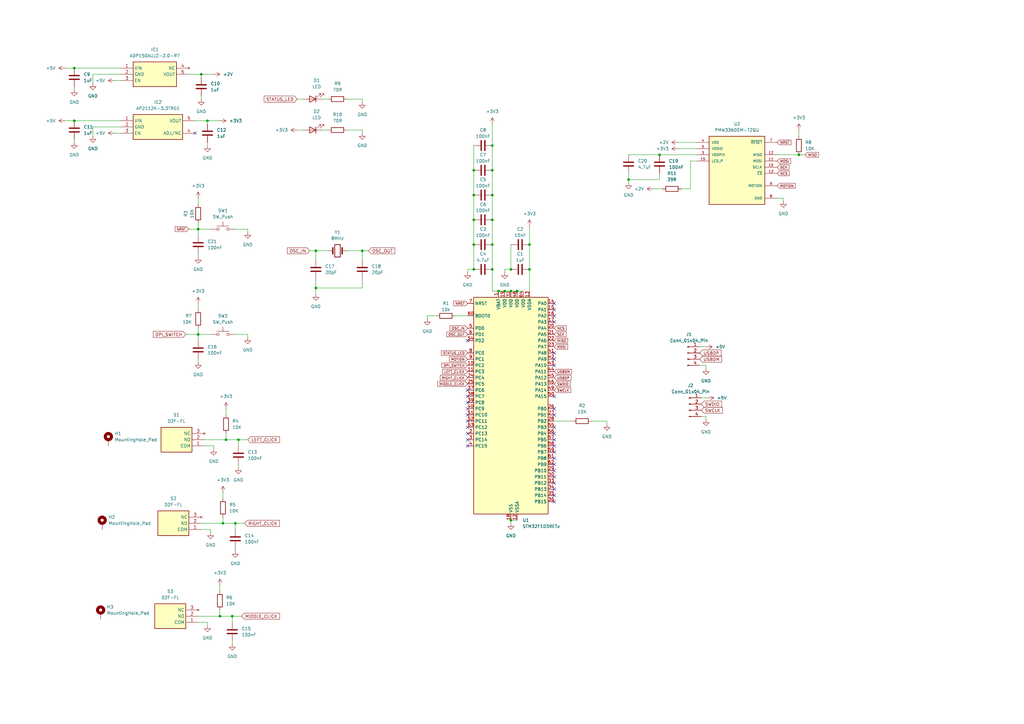
<source format=kicad_sch>
(kicad_sch (version 20231120) (generator "eeschema") (generator_version "8.0")
  (paper "A3")
  (lib_symbols
    (symbol "ADP150AUJZ:ADP150AUJZ-2.0-R7"
      (property "Reference" "IC" (at 24.13 7.62 0))
      (property "Value" "ADP150AUJZ-2.0-R7" (at 24.13 5.08 0))
      (symbol "ADP150AUJZ-2.0-R7_1_1"
        (rectangle (start 5.08 2.54) (end 22.86 -7.62) (stroke (width 0.254)) (fill (type background)))
        (pin passive line (at 0 0 0) (length 5.08) (name "VIN") (number "1"))
        (pin passive line (at 0 -2.54 0) (length 5.08) (name "GND") (number "2"))
        (pin passive line (at 0 -5.08 0) (length 5.08) (name "EN") (number "3"))
        (pin no_connect line (at 27.94 0 180) (length 5.08) (name "NC") (number "4"))
        (pin passive line (at 27.94 -2.54 180) (length 5.08) (name "VOUT") (number "5"))
      )
    )
    (symbol "AP2112K-3:AP2112K-3.3TRG1"
      (property "Reference" "IC" (at 26.67 7.62 0))
      (property "Value" "AP2112K-3.3TRG1" (at 26.67 5.08 0))
      (symbol "AP2112K-3.3TRG1_1_1"
        (rectangle (start 5.08 2.54) (end 25.4 -7.62) (stroke (width 0.254)) (fill (type background)))
        (pin passive line (at 0 0 0) (length 5.08) (name "VIN") (number "1"))
        (pin passive line (at 0 -2.54 0) (length 5.08) (name "GND") (number "2"))
        (pin passive line (at 0 -5.08 0) (length 5.08) (name "EN") (number "3"))
        (pin passive line (at 30.48 -5.08 180) (length 5.08) (name "ADJ/NC") (number "4"))
        (pin passive line (at 30.48 0 180) (length 5.08) (name "VOUT") (number "5"))
      )
    )
    (symbol "Connector:Conn_01x04_Pin" (pin_names (offset 1.016) hide)
      (property "Reference" "J" (at 0 5.08 0))
      (property "Value" "Conn_01x04_Pin" (at 0 -7.62 0))
      (symbol "Conn_01x04_Pin_1_1"
        (polyline (pts (xy 1.27 -5.08) (xy 0.8636 -5.08)) (stroke (width 0.1524)))
        (polyline (pts (xy 1.27 -2.54) (xy 0.8636 -2.54)) (stroke (width 0.1524)))
        (polyline (pts (xy 1.27 0) (xy 0.8636 0)) (stroke (width 0.1524)))
        (polyline (pts (xy 1.27 2.54) (xy 0.8636 2.54)) (stroke (width 0.1524)))
        (rectangle (start 0.8636 -4.953) (end 0 -5.207) (stroke (width 0.1524)) (fill (type outline)))
        (rectangle (start 0.8636 -2.413) (end 0 -2.667) (stroke (width 0.1524)) (fill (type outline)))
        (rectangle (start 0.8636 0.127) (end 0 -0.127) (stroke (width 0.1524)) (fill (type outline)))
        (rectangle (start 0.8636 2.667) (end 0 2.413) (stroke (width 0.1524)) (fill (type outline)))
        (pin passive line (at 5.08 2.54 180) (length 3.81) (name "Pin_1") (number "1"))
        (pin passive line (at 5.08 0 180) (length 3.81) (name "Pin_2") (number "2"))
        (pin passive line (at 5.08 -2.54 180) (length 3.81) (name "Pin_3") (number "3"))
        (pin passive line (at 5.08 -5.08 180) (length 3.81) (name "Pin_4") (number "4"))
      )
    )
    (symbol "D2F-FL:D2F-FL"
      (property "Reference" "S" (at 19.05 7.62 0))
      (property "Value" "D2F-FL" (at 19.05 5.08 0))
      (symbol "D2F-FL_1_1"
        (rectangle (start 5.08 2.54) (end 17.78 -7.62) (stroke (width 0.254)) (fill (type background)))
        (pin passive line (at 0 0 0) (length 5.08) (name "COM") (number "1"))
        (pin passive line (at 0 -2.54 0) (length 5.08) (name "NO") (number "2"))
        (pin no_connect line (at 0 -5.08 0) (length 5.08) (name "NC") (number "3"))
      )
    )
    (symbol "Device:C" (pin_numbers hide) (pin_names (offset 0.254))
      (property "Reference" "C" (at 0.635 2.54 0))
      (property "Value" "C" (at 0.635 -2.54 0))
      (symbol "C_0_1"
        (polyline (pts (xy -2.032 -0.762) (xy 2.032 -0.762)) (stroke (width 0.508)))
        (polyline (pts (xy -2.032 0.762) (xy 2.032 0.762)) (stroke (width 0.508)))
      )
      (symbol "C_1_1"
        (pin passive line (at 0 3.81 270) (length 2.794) (name "~") (number "1"))
        (pin passive line (at 0 -3.81 90) (length 2.794) (name "~") (number "2"))
      )
    )
    (symbol "Device:Crystal" (pin_numbers hide) (pin_names (offset 1.016) hide)
      (property "Reference" "Y" (at 0 3.81 0))
      (property "Value" "Crystal" (at 0 -3.81 0))
      (symbol "Crystal_0_1"
        (rectangle (start -1.143 2.54) (end 1.143 -2.54) (stroke (width 0.3048)))
        (polyline (pts (xy -2.54 0) (xy -1.905 0)))
        (polyline (pts (xy -1.905 -1.27) (xy -1.905 1.27)) (stroke (width 0.508)))
        (polyline (pts (xy 1.905 -1.27) (xy 1.905 1.27)) (stroke (width 0.508)))
        (polyline (pts (xy 2.54 0) (xy 1.905 0)))
      )
      (symbol "Crystal_1_1"
        (pin passive line (at -3.81 0 0) (length 1.27) (name "1") (number "1"))
        (pin passive line (at 3.81 0 180) (length 1.27) (name "2") (number "2"))
      )
    )
    (symbol "Device:LED" (pin_numbers hide) (pin_names (offset 1.016) hide)
      (property "Reference" "D" (at 0 2.54 0))
      (property "Value" "LED" (at 0 -2.54 0))
      (symbol "LED_0_1"
        (polyline (pts (xy -1.27 -1.27) (xy -1.27 1.27)) (stroke (width 0.254)))
        (polyline (pts (xy -1.27 0) (xy 1.27 0)))
        (polyline (pts (xy 1.27 -1.27) (xy 1.27 1.27) (xy -1.27 0) (xy 1.27 -1.27)) (stroke (width 0.254)))
        (polyline (pts (xy -3.048 -0.762) (xy -4.572 -2.286) (xy -3.81 -2.286) (xy -4.572 -2.286) (xy -4.572 -1.524)))
        (polyline (pts (xy -1.778 -0.762) (xy -3.302 -2.286) (xy -2.54 -2.286) (xy -3.302 -2.286) (xy -3.302 -1.524)))
      )
      (symbol "LED_1_1"
        (pin passive line (at -3.81 0 0) (length 2.54) (name "K") (number "1"))
        (pin passive line (at 3.81 0 180) (length 2.54) (name "A") (number "2"))
      )
    )
    (symbol "Device:R" (pin_numbers hide) (pin_names (offset 0))
      (property "Reference" "R" (at 2.032 0 90))
      (property "Value" "R" (at 0 0 90))
      (symbol "R_0_1"
        (rectangle (start -1.016 -2.54) (end 1.016 2.54) (stroke (width 0.254)))
      )
      (symbol "R_1_1"
        (pin passive line (at 0 3.81 270) (length 1.27) (name "~") (number "1"))
        (pin passive line (at 0 -3.81 90) (length 1.27) (name "~") (number "2"))
      )
    )
    (symbol "MCU_ST_STM32F1:STM32F103RETx"
      (property "Reference" "U" (at -15.24 46.99 0))
      (property "Value" "STM32F103RETx" (at 10.16 46.99 0))
      (symbol "STM32F103RETx_0_1"
        (rectangle (start -15.24 -43.18) (end 15.24 45.72) (stroke (width 0.254)) (fill (type background)))
      )
      (symbol "STM32F103RETx_1_1"
        (pin power_in line (at -5.08 48.26 270) (length 2.54) (name "VBAT") (number "1"))
        (pin bidirectional line (at -17.78 17.78 0) (length 2.54) (name "PC2") (number "10"))
        (pin bidirectional line (at -17.78 15.24 0) (length 2.54) (name "PC3") (number "11"))
        (pin power_in line (at 2.54 -45.72 90) (length 2.54) (name "VSSA") (number "12"))
        (pin power_in line (at 7.62 48.26 270) (length 2.54) (name "VDDA") (number "13"))
        (pin bidirectional line (at 17.78 43.18 180) (length 2.54) (name "PA0") (number "14"))
        (pin bidirectional line (at 17.78 40.64 180) (length 2.54) (name "PA1") (number "15"))
        (pin bidirectional line (at 17.78 38.1 180) (length 2.54) (name "PA2") (number "16"))
        (pin bidirectional line (at 17.78 35.56 180) (length 2.54) (name "PA3") (number "17"))
        (pin power_in line (at 0 -45.72 90) (length 2.54) (name "VSS") (number "18"))
        (pin power_in line (at -2.54 48.26 270) (length 2.54) (name "VDD") (number "19"))
        (pin bidirectional line (at -17.78 -10.16 0) (length 2.54) (name "PC13") (number "2"))
        (pin bidirectional line (at 17.78 33.02 180) (length 2.54) (name "PA4") (number "20"))
        (pin bidirectional line (at 17.78 30.48 180) (length 2.54) (name "PA5") (number "21"))
        (pin bidirectional line (at 17.78 27.94 180) (length 2.54) (name "PA6") (number "22"))
        (pin bidirectional line (at 17.78 25.4 180) (length 2.54) (name "PA7") (number "23"))
        (pin bidirectional line (at -17.78 12.7 0) (length 2.54) (name "PC4") (number "24"))
        (pin bidirectional line (at -17.78 10.16 0) (length 2.54) (name "PC5") (number "25"))
        (pin bidirectional line (at 17.78 0 180) (length 2.54) (name "PB0") (number "26"))
        (pin bidirectional line (at 17.78 -2.54 180) (length 2.54) (name "PB1") (number "27"))
        (pin bidirectional line (at 17.78 -5.08 180) (length 2.54) (name "PB2") (number "28"))
        (pin bidirectional line (at 17.78 -25.4 180) (length 2.54) (name "PB10") (number "29"))
        (pin bidirectional line (at -17.78 -12.7 0) (length 2.54) (name "PC14") (number "3"))
        (pin bidirectional line (at 17.78 -27.94 180) (length 2.54) (name "PB11") (number "30"))
        (pin passive line (at 0 -45.72 90) (length 2.54) hide (name "VSS") (number "31"))
        (pin power_in line (at 0 48.26 270) (length 2.54) (name "VDD") (number "32"))
        (pin bidirectional line (at 17.78 -30.48 180) (length 2.54) (name "PB12") (number "33"))
        (pin bidirectional line (at 17.78 -33.02 180) (length 2.54) (name "PB13") (number "34"))
        (pin bidirectional line (at 17.78 -35.56 180) (length 2.54) (name "PB14") (number "35"))
        (pin bidirectional line (at 17.78 -38.1 180) (length 2.54) (name "PB15") (number "36"))
        (pin bidirectional line (at -17.78 7.62 0) (length 2.54) (name "PC6") (number "37"))
        (pin bidirectional line (at -17.78 5.08 0) (length 2.54) (name "PC7") (number "38"))
        (pin bidirectional line (at -17.78 2.54 0) (length 2.54) (name "PC8") (number "39"))
        (pin bidirectional line (at -17.78 -15.24 0) (length 2.54) (name "PC15") (number "4"))
        (pin bidirectional line (at -17.78 0 0) (length 2.54) (name "PC9") (number "40"))
        (pin bidirectional line (at 17.78 22.86 180) (length 2.54) (name "PA8") (number "41"))
        (pin bidirectional line (at 17.78 20.32 180) (length 2.54) (name "PA9") (number "42"))
        (pin bidirectional line (at 17.78 17.78 180) (length 2.54) (name "PA10") (number "43"))
        (pin bidirectional line (at 17.78 15.24 180) (length 2.54) (name "PA11") (number "44"))
        (pin bidirectional line (at 17.78 12.7 180) (length 2.54) (name "PA12") (number "45"))
        (pin bidirectional line (at 17.78 10.16 180) (length 2.54) (name "PA13") (number "46"))
        (pin passive line (at 0 -45.72 90) (length 2.54) hide (name "VSS") (number "47"))
        (pin power_in line (at 2.54 48.26 270) (length 2.54) (name "VDD") (number "48"))
        (pin bidirectional line (at 17.78 7.62 180) (length 2.54) (name "PA14") (number "49"))
        (pin bidirectional line (at -17.78 33.02 0) (length 2.54) (name "PD0") (number "5"))
        (pin bidirectional line (at 17.78 5.08 180) (length 2.54) (name "PA15") (number "50"))
        (pin bidirectional line (at -17.78 -2.54 0) (length 2.54) (name "PC10") (number "51"))
        (pin bidirectional line (at -17.78 -5.08 0) (length 2.54) (name "PC11") (number "52"))
        (pin bidirectional line (at -17.78 -7.62 0) (length 2.54) (name "PC12") (number "53"))
        (pin bidirectional line (at -17.78 27.94 0) (length 2.54) (name "PD2") (number "54"))
        (pin bidirectional line (at 17.78 -7.62 180) (length 2.54) (name "PB3") (number "55"))
        (pin bidirectional line (at 17.78 -10.16 180) (length 2.54) (name "PB4") (number "56"))
        (pin bidirectional line (at 17.78 -12.7 180) (length 2.54) (name "PB5") (number "57"))
        (pin bidirectional line (at 17.78 -15.24 180) (length 2.54) (name "PB6") (number "58"))
        (pin bidirectional line (at 17.78 -17.78 180) (length 2.54) (name "PB7") (number "59"))
        (pin bidirectional line (at -17.78 30.48 0) (length 2.54) (name "PD1") (number "6"))
        (pin input line (at -17.78 38.1 0) (length 2.54) (name "BOOT0") (number "60"))
        (pin bidirectional line (at 17.78 -20.32 180) (length 2.54) (name "PB8") (number "61"))
        (pin bidirectional line (at 17.78 -22.86 180) (length 2.54) (name "PB9") (number "62"))
        (pin passive line (at 0 -45.72 90) (length 2.54) hide (name "VSS") (number "63"))
        (pin power_in line (at 5.08 48.26 270) (length 2.54) (name "VDD") (number "64"))
        (pin input line (at -17.78 43.18 0) (length 2.54) (name "NRST") (number "7"))
        (pin bidirectional line (at -17.78 22.86 0) (length 2.54) (name "PC0") (number "8"))
        (pin bidirectional line (at -17.78 20.32 0) (length 2.54) (name "PC1") (number "9"))
      )
    )
    (symbol "Mechanical:MountingHole_Pad" (pin_numbers hide) (pin_names (offset 1.016) hide)
      (property "Reference" "H" (at 0 6.35 0))
      (property "Value" "MountingHole_Pad" (at 0 4.445 0))
      (symbol "MountingHole_Pad_0_1"
        (circle (center 0 1.27) (radius 1.27) (stroke (width 1.27)))
      )
      (symbol "MountingHole_Pad_1_1"
        (pin input line (at 0 -2.54 90) (length 2.54) (name "1") (number "1"))
      )
    )
    (symbol "PMW3360:PMW3360DM-T2QU" (pin_names (offset 1.016))
      (property "Reference" "U" (at -12.7 13.335 0))
      (property "Value" "PMW3360DM-T2QU" (at -12.7 -17.78 0))
      (symbol "PMW3360DM-T2QU_0_0"
        (rectangle (start -12.7 -15.24) (end 10.16 12.7) (stroke (width 0.254)) (fill (type background)))
        (pin bidirectional line (at 15.24 0 180) (length 5.08) (name "SCLK") (number "10"))
        (pin bidirectional line (at 15.24 2.54 180) (length 5.08) (name "MOSI") (number "11"))
        (pin bidirectional line (at 15.24 5.08 180) (length 5.08) (name "MISO") (number "12"))
        (pin bidirectional line (at 15.24 -2.54 180) (length 5.08) (name "~{CS}") (number "13"))
        (pin bidirectional line (at -17.78 2.54 0) (length 5.08) (name "LED_P") (number "15"))
        (pin bidirectional line (at -17.78 5.08 0) (length 5.08) (name "VDDPIX") (number "3"))
        (pin bidirectional line (at -17.78 10.16 0) (length 5.08) (name "VDD") (number "4"))
        (pin bidirectional line (at -17.78 7.62 0) (length 5.08) (name "VDDIO") (number "5"))
        (pin bidirectional line (at 15.24 10.16 180) (length 5.08) (name "~{RESET}") (number "7"))
        (pin bidirectional line (at 15.24 -12.7 180) (length 5.08) (name "GND") (number "8"))
        (pin bidirectional line (at 15.24 -7.62 180) (length 5.08) (name "MOTION") (number "9"))
      )
    )
    (symbol "Switch:SW_Push" (pin_numbers hide) (pin_names (offset 1.016) hide)
      (property "Reference" "SW" (at 1.27 2.54 0))
      (property "Value" "SW_Push" (at 0 -1.524 0))
      (symbol "SW_Push_0_1"
        (circle (center -2.032 0) (radius 0.508))
        (polyline (pts (xy 0 1.27) (xy 0 3.048)))
        (polyline (pts (xy 2.54 1.27) (xy -2.54 1.27)))
        (circle (center 2.032 0) (radius 0.508))
        (pin passive line (at -5.08 0 0) (length 2.54) (name "1") (number "1"))
        (pin passive line (at 5.08 0 180) (length 2.54) (name "2") (number "2"))
      )
    )
    (symbol "custom-power:+2V" (power) (in_bom no) (on_board no)
      (property "Value" "+2V" (at 0 3.81 0))
      (symbol "+2V_0_1"
        (polyline (pts (xy -0.762 1.27) (xy 0 2.54)))
        (polyline (pts (xy 0 0) (xy 0 2.54)))
        (polyline (pts (xy 0 2.54) (xy 0.762 1.27)))
      )
      (symbol "+2V_1_1"
        (pin power_in line (at 0 0 90) (length 0) hide (name "+2V") (number "1"))
      )
    )
    (symbol "power:+3V3" (power) (pin_names (offset 0))
      (property "Value" "+3V3" (at 0 3.556 0))
      (symbol "+3V3_0_1"
        (polyline (pts (xy -0.762 1.27) (xy 0 2.54)))
        (polyline (pts (xy 0 0) (xy 0 2.54)))
        (polyline (pts (xy 0 2.54) (xy 0.762 1.27)))
      )
      (symbol "+3V3_1_1"
        (pin power_in line (at 0 0 90) (length 0) hide (name "+3V3") (number "1"))
      )
    )
    (symbol "power:+5V" (power) (pin_names (offset 0))
      (property "Value" "+5V" (at 0 3.556 0))
      (symbol "+5V_0_1"
        (polyline (pts (xy -0.762 1.27) (xy 0 2.54)))
        (polyline (pts (xy 0 0) (xy 0 2.54)))
        (polyline (pts (xy 0 2.54) (xy 0.762 1.27)))
      )
      (symbol "+5V_1_1"
        (pin power_in line (at 0 0 90) (length 0) hide (name "+5V") (number "1"))
      )
    )
    (symbol "power:GND" (power) (pin_names (offset 0))
      (property "Value" "GND" (at 0 -3.81 0))
      (symbol "GND_0_1"
        (polyline (pts (xy 0 0) (xy 0 -1.27) (xy 1.27 -1.27) (xy 0 -2.54) (xy -1.27 -1.27) (xy 0 -1.27)))
      )
      (symbol "GND_1_1"
        (pin power_in line (at 0 0 270) (length 0) hide (name "GND") (number "1"))
      )
    )
  )
  (junction (at 327.66 63.5))
  (junction (at 30.48 49.53))
  (junction (at 217.17 110.49))
  (junction (at 207.01 119.38))
  (junction (at 201.93 90.17))
  (junction (at 194.31 69.85))
  (junction (at 201.93 59.69))
  (junction (at 91.44 214.63))
  (junction (at 90.17 252.73))
  (junction (at 129.54 102.87))
  (junction (at 194.31 110.49))
  (junction (at 129.54 118.11))
  (junction (at 257.81 73.66))
  (junction (at 82.55 30.48))
  (junction (at 92.71 180.34))
  (junction (at 270.51 63.5))
  (junction (at 201.93 100.33))
  (junction (at 85.09 49.53))
  (junction (at 96.52 214.63))
  (junction (at 97.79 180.34))
  (junction (at 95.25 252.73))
  (junction (at 194.31 90.17))
  (junction (at 148.59 102.87))
  (junction (at 81.28 93.98))
  (junction (at 30.48 27.94))
  (junction (at 194.31 100.33))
  (junction (at 201.93 80.01))
  (junction (at 204.47 119.38))
  (junction (at 194.31 80.01))
  (junction (at 201.93 110.49))
  (junction (at 209.55 110.49))
  (junction (at 209.55 213.36))
  (junction (at 212.09 119.38))
  (junction (at 201.93 69.85))
  (junction (at 81.28 137.16))
  (junction (at 217.17 100.33))
  (junction (at 209.55 119.38))
  (no_connect (at 191.77 139.7))
  (no_connect (at 191.77 175.26))
  (no_connect (at 227.33 190.5))
  (no_connect (at 227.33 147.32))
  (no_connect (at 227.33 124.46))
  (no_connect (at 227.33 127))
  (no_connect (at 227.33 200.66))
  (no_connect (at 227.33 205.74))
  (no_connect (at 227.33 177.8))
  (no_connect (at 227.33 198.12))
  (no_connect (at 191.77 167.64))
  (no_connect (at 191.77 177.8))
  (no_connect (at 191.77 162.56))
  (no_connect (at 191.77 165.1))
  (no_connect (at 227.33 185.42))
  (no_connect (at 227.33 170.18))
  (no_connect (at 80.01 54.61))
  (no_connect (at 227.33 175.26))
  (no_connect (at 191.77 182.88))
  (no_connect (at 227.33 162.56))
  (no_connect (at 191.77 160.02))
  (no_connect (at 227.33 195.58))
  (no_connect (at 227.33 167.64))
  (no_connect (at 227.33 187.96))
  (no_connect (at 227.33 132.08))
  (no_connect (at 191.77 180.34))
  (no_connect (at 227.33 149.86))
  (no_connect (at 227.33 182.88))
  (no_connect (at 227.33 193.04))
  (no_connect (at 227.33 180.34))
  (no_connect (at 227.33 144.78))
  (no_connect (at 191.77 170.18))
  (no_connect (at 191.77 172.72))
  (no_connect (at 227.33 129.54))
  (no_connect (at 227.33 203.2))
  (wire (pts (xy 96.52 214.63) (xy 96.52 217.17)))
  (wire (pts (xy 257.81 73.66) (xy 257.81 74.93)))
  (wire (pts (xy 129.54 118.11) (xy 129.54 114.3)))
  (wire (pts (xy 90.17 250.19) (xy 90.17 252.73)))
  (wire (pts (xy 95.25 252.73) (xy 95.25 255.27)))
  (wire (pts (xy 87.63 182.88) (xy 87.63 184.15)))
  (wire (pts (xy 81.28 91.44) (xy 81.28 93.98)))
  (wire (pts (xy 49.53 30.48) (xy 38.1 30.48)))
  (wire (pts (xy 201.93 90.17) (xy 201.93 100.33)))
  (wire (pts (xy 49.53 52.07) (xy 38.1 52.07)))
  (wire (pts (xy 82.55 30.48) (xy 82.55 31.75)))
  (wire (pts (xy 81.28 93.98) (xy 81.28 96.52)))
  (wire (pts (xy 81.28 137.16) (xy 81.28 139.7)))
  (wire (pts (xy 96.52 137.16) (xy 101.6 137.16)))
  (wire (pts (xy 81.28 81.28) (xy 81.28 83.82)))
  (wire (pts (xy 101.6 93.98) (xy 101.6 95.25)))
  (wire (pts (xy 80.01 49.53) (xy 85.09 49.53)))
  (wire (pts (xy 97.79 180.34) (xy 97.79 182.88)))
  (wire (pts (xy 194.31 90.17) (xy 194.31 100.33)))
  (wire (pts (xy 257.81 63.5) (xy 270.51 63.5)))
  (wire (pts (xy 81.28 104.14) (xy 81.28 105.41)))
  (wire (pts (xy 287.655 170.815) (xy 289.56 170.815)))
  (wire (pts (xy 85.09 58.42) (xy 85.09 59.69)))
  (wire (pts (xy 201.93 100.33) (xy 201.93 110.49)))
  (wire (pts (xy 270.51 63.5) (xy 285.75 63.5)))
  (wire (pts (xy 81.28 124.46) (xy 81.28 127)))
  (wire (pts (xy 121.92 53.34) (xy 124.46 53.34)))
  (wire (pts (xy 82.55 39.37) (xy 82.55 40.64)))
  (wire (pts (xy 207.01 119.38) (xy 209.55 119.38)))
  (wire (pts (xy 179.07 129.54) (xy 175.26 129.54)))
  (wire (pts (xy 270.51 71.12) (xy 270.51 73.66)))
  (wire (pts (xy 127 102.87) (xy 129.54 102.87)))
  (wire (pts (xy 95.25 262.89) (xy 95.25 264.16)))
  (wire (pts (xy 142.24 102.87) (xy 148.59 102.87)))
  (wire (pts (xy 148.59 40.64) (xy 148.59 41.91)))
  (wire (pts (xy 204.47 119.38) (xy 207.01 119.38)))
  (wire (pts (xy 227.33 172.72) (xy 234.95 172.72)))
  (wire (pts (xy 121.92 40.64) (xy 124.46 40.64)))
  (wire (pts (xy 26.67 49.53) (xy 30.48 49.53)))
  (wire (pts (xy 76.2 137.16) (xy 81.28 137.16)))
  (wire (pts (xy 327.66 63.5) (xy 330.2 63.5)))
  (wire (pts (xy 129.54 118.11) (xy 129.54 120.65)))
  (wire (pts (xy 129.54 102.87) (xy 134.62 102.87)))
  (wire (pts (xy 132.08 40.64) (xy 134.62 40.64)))
  (wire (pts (xy 217.17 92.71) (xy 217.17 100.33)))
  (wire (pts (xy 30.48 35.56) (xy 30.48 36.83)))
  (wire (pts (xy 287.02 142.24) (xy 289.56 142.24)))
  (wire (pts (xy 83.82 182.88) (xy 87.63 182.88)))
  (wire (pts (xy 91.44 201.93) (xy 91.44 204.47)))
  (wire (pts (xy 278.13 60.96) (xy 285.75 60.96)))
  (wire (pts (xy 82.55 217.17) (xy 86.36 217.17)))
  (wire (pts (xy 209.55 110.49) (xy 207.01 110.49)))
  (wire (pts (xy 86.36 217.17) (xy 86.36 218.44)))
  (wire (pts (xy 257.81 73.66) (xy 257.81 71.12)))
  (wire (pts (xy 194.31 100.33) (xy 194.31 110.49)))
  (wire (pts (xy 209.55 213.36) (xy 209.55 214.63)))
  (wire (pts (xy 283.21 66.04) (xy 283.21 77.47)))
  (wire (pts (xy 201.93 50.8) (xy 201.93 59.69)))
  (wire (pts (xy 278.13 58.42) (xy 285.75 58.42)))
  (wire (pts (xy 82.55 214.63) (xy 91.44 214.63)))
  (wire (pts (xy 77.47 93.98) (xy 81.28 93.98)))
  (wire (pts (xy 92.71 180.34) (xy 97.79 180.34)))
  (wire (pts (xy 81.28 137.16) (xy 86.36 137.16)))
  (wire (pts (xy 96.52 93.98) (xy 101.6 93.98)))
  (wire (pts (xy 201.93 59.69) (xy 201.93 69.85)))
  (wire (pts (xy 142.24 53.34) (xy 148.59 53.34)))
  (wire (pts (xy 287.655 163.195) (xy 290.195 163.195)))
  (wire (pts (xy 285.75 66.04) (xy 283.21 66.04)))
  (wire (pts (xy 194.31 59.69) (xy 194.31 69.85)))
  (wire (pts (xy 91.44 214.63) (xy 96.52 214.63)))
  (wire (pts (xy 95.25 252.73) (xy 99.06 252.73)))
  (wire (pts (xy 26.67 27.94) (xy 30.48 27.94)))
  (wire (pts (xy 96.52 224.79) (xy 96.52 226.06)))
  (wire (pts (xy 194.31 80.01) (xy 194.31 90.17)))
  (wire (pts (xy 83.82 180.34) (xy 92.71 180.34)))
  (wire (pts (xy 201.93 69.85) (xy 201.93 80.01)))
  (wire (pts (xy 142.24 40.64) (xy 148.59 40.64)))
  (wire (pts (xy 318.77 81.28) (xy 321.31 81.28)))
  (wire (pts (xy 90.17 240.03) (xy 90.17 242.57)))
  (wire (pts (xy 81.28 255.27) (xy 85.09 255.27)))
  (wire (pts (xy 101.6 137.16) (xy 101.6 138.43)))
  (wire (pts (xy 148.59 118.11) (xy 129.54 118.11)))
  (wire (pts (xy 267.97 77.47) (xy 271.78 77.47)))
  (wire (pts (xy 81.28 147.32) (xy 81.28 148.59)))
  (wire (pts (xy 38.1 52.07) (xy 38.1 55.88)))
  (wire (pts (xy 194.31 69.85) (xy 194.31 80.01)))
  (wire (pts (xy 81.28 134.62) (xy 81.28 137.16)))
  (wire (pts (xy 186.69 129.54) (xy 191.77 129.54)))
  (wire (pts (xy 287.02 149.86) (xy 289.56 149.86)))
  (wire (pts (xy 217.17 100.33) (xy 217.17 110.49)))
  (wire (pts (xy 201.93 110.49) (xy 201.93 119.38)))
  (wire (pts (xy 81.28 93.98) (xy 86.36 93.98)))
  (wire (pts (xy 81.28 252.73) (xy 90.17 252.73)))
  (wire (pts (xy 148.59 53.34) (xy 148.59 54.61)))
  (wire (pts (xy 30.48 49.53) (xy 49.53 49.53)))
  (wire (pts (xy 97.79 180.34) (xy 101.6 180.34)))
  (wire (pts (xy 38.1 30.48) (xy 38.1 34.29)))
  (wire (pts (xy 212.09 119.38) (xy 214.63 119.38)))
  (wire (pts (xy 82.55 30.48) (xy 87.63 30.48)))
  (wire (pts (xy 201.93 80.01) (xy 201.93 90.17)))
  (wire (pts (xy 30.48 27.94) (xy 49.53 27.94)))
  (wire (pts (xy 132.08 53.34) (xy 134.62 53.34)))
  (wire (pts (xy 77.47 30.48) (xy 82.55 30.48)))
  (wire (pts (xy 289.56 170.815) (xy 289.56 172.085)))
  (wire (pts (xy 207.01 110.49) (xy 207.01 111.76)))
  (wire (pts (xy 318.77 63.5) (xy 327.66 63.5)))
  (wire (pts (xy 148.59 114.3) (xy 148.59 118.11)))
  (wire (pts (xy 175.26 129.54) (xy 175.26 130.81)))
  (wire (pts (xy 279.4 77.47) (xy 283.21 77.47)))
  (wire (pts (xy 97.79 190.5) (xy 97.79 191.77)))
  (wire (pts (xy 201.93 119.38) (xy 204.47 119.38)))
  (wire (pts (xy 30.48 57.15) (xy 30.48 58.42)))
  (wire (pts (xy 90.17 252.73) (xy 95.25 252.73)))
  (wire (pts (xy 92.71 167.64) (xy 92.71 170.18)))
  (wire (pts (xy 209.55 119.38) (xy 212.09 119.38)))
  (wire (pts (xy 92.71 177.8) (xy 92.71 180.34)))
  (wire (pts (xy 321.31 81.28) (xy 321.31 82.55)))
  (wire (pts (xy 129.54 102.87) (xy 129.54 106.68)))
  (wire (pts (xy 46.99 54.61) (xy 49.53 54.61)))
  (wire (pts (xy 194.31 110.49) (xy 191.77 110.49)))
  (wire (pts (xy 327.66 53.34) (xy 327.66 55.88)))
  (wire (pts (xy 248.92 172.72) (xy 248.92 173.99)))
  (wire (pts (xy 257.81 73.66) (xy 270.51 73.66)))
  (wire (pts (xy 91.44 212.09) (xy 91.44 214.63)))
  (wire (pts (xy 85.09 49.53) (xy 90.17 49.53)))
  (wire (pts (xy 96.52 214.63) (xy 100.33 214.63)))
  (wire (pts (xy 148.59 102.87) (xy 151.13 102.87)))
  (wire (pts (xy 242.57 172.72) (xy 248.92 172.72)))
  (wire (pts (xy 212.09 213.36) (xy 209.55 213.36)))
  (wire (pts (xy 46.99 33.02) (xy 49.53 33.02)))
  (wire (pts (xy 209.55 100.33) (xy 209.55 110.49)))
  (wire (pts (xy 217.17 110.49) (xy 217.17 119.38)))
  (wire (pts (xy 289.56 149.86) (xy 289.56 151.13)))
  (wire (pts (xy 85.09 49.53) (xy 85.09 50.8)))
  (wire (pts (xy 148.59 106.68) (xy 148.59 102.87)))
  (wire (pts (xy 85.09 255.27) (xy 85.09 256.54)))
  (wire (pts (xy 191.77 110.49) (xy 191.77 111.76)))
  (global_label "NCS" (shape input) (at 227.33 134.62 0) (effects (font (size 1 1))) (property "Intersheetrefs" "${INTERSHEET_REFS}" (effects (hide yes))))
  (global_label "STATUS_LED" (shape input) (at 191.77 144.78 180) (effects (font (size 1 1))) (property "Intersheetrefs" "${INTERSHEET_REFS}" (effects (hide yes))))
  (global_label "SCK" (shape input) (at 227.33 137.16 0) (effects (font (size 1 1))) (property "Intersheetrefs" "${INTERSHEET_REFS}" (effects (hide yes))))
  (global_label "SWCLK" (shape input) (at 227.33 160.02 0) (effects (font (size 1 1))) (property "Intersheetrefs" "${INTERSHEET_REFS}" (effects (hide yes))))
  (global_label "LEFT_CLICK" (shape input) (at 191.77 152.4 180) (effects (font (size 1 1))) (property "Intersheetrefs" "${INTERSHEET_REFS}" (effects (hide yes))))
  (global_label "USBDP" (shape input) (at 227.33 154.94 0) (effects (font (size 1 1))) (property "Intersheetrefs" "${INTERSHEET_REFS}" (effects (hide yes))))
  (global_label "MOSI" (shape input) (at 227.33 142.24 0) (effects (font (size 1 1))) (property "Intersheetrefs" "${INTERSHEET_REFS}" (effects (hide yes))))
  (global_label "USBDM" (shape input) (at 227.33 152.4 0) (effects (font (size 1 1))) (property "Intersheetrefs" "${INTERSHEET_REFS}" (effects (hide yes))))
  (global_label "SWCLK" (shape input) (at 287.655 168.275 0) (property "Intersheetrefs" "${INTERSHEET_REFS}" (effects (hide yes))))
  (global_label "OSC_IN" (shape input) (at 127 102.87 180) (property "Intersheetrefs" "${INTERSHEET_REFS}" (effects (hide yes))))
  (global_label "STATUS_LED" (shape input) (at 121.92 40.64 180) (property "Intersheetrefs" "${INTERSHEET_REFS}" (effects (hide yes))))
  (global_label "USBDM" (shape input) (at 287.02 147.32 0) (property "Intersheetrefs" "${INTERSHEET_REFS}" (effects (hide yes))))
  (global_label "MOTION" (shape input) (at 191.77 147.32 180) (effects (font (size 1 1))) (property "Intersheetrefs" "${INTERSHEET_REFS}" (effects (hide yes))))
  (global_label "DPI_SWITCH" (shape input) (at 76.2 137.16 180) (property "Intersheetrefs" "${INTERSHEET_REFS}" (effects (hide yes))))
  (global_label "DPI_SWITCH" (shape input) (at 191.77 149.86 180) (effects (font (size 1 1))) (property "Intersheetrefs" "${INTERSHEET_REFS}" (effects (hide yes))))
  (global_label "MIDDLE_CLICK" (shape input) (at 99.06 252.73 0) (property "Intersheetrefs" "${INTERSHEET_REFS}" (effects (hide yes))))
  (global_label "OSC_OUT" (shape input) (at 151.13 102.87 0) (property "Intersheetrefs" "${INTERSHEET_REFS}" (effects (hide yes))))
  (global_label "MOSI" (shape input) (at 318.77 66.04 0) (effects (font (size 1 1))) (property "Intersheetrefs" "${INTERSHEET_REFS}" (effects (hide yes))))
  (global_label "MISO" (shape input) (at 227.33 139.7 0) (effects (font (size 1 1))) (property "Intersheetrefs" "${INTERSHEET_REFS}" (effects (hide yes))))
  (global_label "MIDDLE_CLICK" (shape input) (at 191.77 157.48 180) (effects (font (size 1 1))) (property "Intersheetrefs" "${INTERSHEET_REFS}" (effects (hide yes))))
  (global_label "NRST" (shape input) (at 318.77 58.42 0) (effects (font (size 1 1))) (property "Intersheetrefs" "${INTERSHEET_REFS}" (effects (hide yes))))
  (global_label "NRST" (shape input) (at 191.77 124.46 180) (effects (font (size 1 1))) (property "Intersheetrefs" "${INTERSHEET_REFS}" (effects (hide yes))))
  (global_label "SWDIO" (shape input) (at 287.655 165.735 0) (property "Intersheetrefs" "${INTERSHEET_REFS}" (effects (hide yes))))
  (global_label "LEFT_CLICK" (shape input) (at 101.6 180.34 0) (property "Intersheetrefs" "${INTERSHEET_REFS}" (effects (hide yes))))
  (global_label "SWDIO" (shape input) (at 227.33 157.48 0) (effects (font (size 1 1))) (property "Intersheetrefs" "${INTERSHEET_REFS}" (effects (hide yes))))
  (global_label "OSC_OUT" (shape input) (at 191.77 137.16 180) (effects (font (size 1 1))) (property "Intersheetrefs" "${INTERSHEET_REFS}" (effects (hide yes))))
  (global_label "NRST" (shape input) (at 77.47 93.98 180) (effects (font (size 1 1))) (property "Intersheetrefs" "${INTERSHEET_REFS}" (effects (hide yes))))
  (global_label "SCK" (shape input) (at 318.77 68.58 0) (effects (font (size 1 1))) (property "Intersheetrefs" "${INTERSHEET_REFS}" (effects (hide yes))))
  (global_label "OSC_IN" (shape input) (at 191.77 134.62 180) (effects (font (size 1 1))) (property "Intersheetrefs" "${INTERSHEET_REFS}" (effects (hide yes))))
  (global_label "RIGHT_CLICK" (shape input) (at 100.33 214.63 0) (property "Intersheetrefs" "${INTERSHEET_REFS}" (effects (hide yes))))
  (global_label "RIGHT_CLICK" (shape input) (at 191.77 154.94 180) (effects (font (size 1 1))) (property "Intersheetrefs" "${INTERSHEET_REFS}" (effects (hide yes))))
  (global_label "NCS" (shape input) (at 318.77 71.12 0) (effects (font (size 1 1))) (property "Intersheetrefs" "${INTERSHEET_REFS}" (effects (hide yes))))
  (global_label "USBDP" (shape input) (at 287.02 144.78 0) (property "Intersheetrefs" "${INTERSHEET_REFS}" (effects (hide yes))))
  (global_label "MISO" (shape input) (at 330.2 63.5 0) (effects (font (size 1 1))) (property "Intersheetrefs" "${INTERSHEET_REFS}" (effects (hide yes))))
  (global_label "MOTION" (shape input) (at 318.77 76.2 0) (effects (font (size 1 1))) (property "Intersheetrefs" "${INTERSHEET_REFS}" (effects (hide yes))))
  (symbol (lib_id "Device:C") (at 213.36 110.49 270) (unit 1)
    (property "Reference" "C1" (at 213.36 104.14 90))
    (property "Value" "1uF" (at 213.36 106.68 90))
    (property "Footprint" "Capacitor_SMD:C_0805_2012Metric_Pad1.18x1.45mm_HandSolder" (effects (hide yes)))
  )
  (symbol (lib_id "Device:R") (at 91.44 208.28 0) (unit 1)
    (property "Reference" "R5" (at 93.98 207.01 0) (effects (justify left)))
    (property "Value" "10K" (at 93.98 209.55 0) (effects (justify left)))
    (property "Footprint" "Resistor_SMD:R_0805_2012Metric_Pad1.20x1.40mm_HandSolder" (effects (hide yes)))
  )
  (symbol (lib_id "Device:LED") (at 128.27 53.34 180) (unit 1)
    (property "Reference" "D2" (at 129.8575 45.72 0))
    (property "Value" "LED" (at 129.8575 48.26 0))
    (property "Footprint" "LED_SMD:LED_0805_2012Metric_Pad1.15x1.40mm_HandSolder" (effects (hide yes)))
  )
  (symbol (lib_id "Device:R") (at 238.76 172.72 90) (unit 1)
    (property "Reference" "R2" (at 238.76 166.37 90))
    (property "Value" "10K" (at 238.76 168.91 90))
    (property "Footprint" "Resistor_SMD:R_0805_2012Metric_Pad1.20x1.40mm_HandSolder" (effects (hide yes)))
  )
  (symbol (lib_id "D2F-FL:D2F-FL") (at 83.82 182.88 180) (unit 1)
    (property "Reference" "S1" (at 72.39 170.18 0))
    (property "Value" "D2F-FL" (at 72.39 172.72 0))
    (property "Footprint" "D2FFL" (effects (hide yes)))
    (property "Datasheet" "https://componentsearchengine.com/Datasheets/2/D2F-FL.pdf" (effects (hide yes)))
    (property "Height" "5.95" (effects (hide yes)))
    (property "Mouser Part Number" "653-D2F-FL" (effects (hide yes)))
    (property "Mouser Price/Stock" "https://www.mouser.co.uk/ProductDetail/Omron-Electronics/D2F-FL?qs=VO24nqdQNUDacKAjsvDd5g%3D%3D" (effects (hide yes)))
    (property "Manufacturer_Name" "Omron Electronics" (effects (hide yes)))
    (property "Manufacturer_Part_Number" "D2F-FL" (effects (hide yes)))
  )
  (symbol (lib_id "Device:C") (at 96.52 220.98 0) (unit 1)
    (property "Reference" "C14" (at 100.33 219.71 0) (effects (justify left)))
    (property "Value" "100nF" (at 100.33 222.25 0) (effects (justify left)))
    (property "Footprint" "Capacitor_SMD:C_0805_2012Metric_Pad1.18x1.45mm_HandSolder" (effects (hide yes)))
  )
  (symbol (lib_id "custom-power:+2V") (at 87.63 30.48 270) (unit 1) (in_bom no) (on_board no)
    (property "Reference" "#PWR012" (effects (hide yes)))
    (property "Value" "+2V" (at 91.44 30.4781 90) (effects (justify left)))
  )
  (symbol (lib_id "power:+5V") (at 290.195 163.195 270) (unit 1)
    (property "Reference" "#PWR046" (effects (hide yes)))
    (property "Value" "+5V" (at 294.005 163.195 90) (effects (justify left)))
  )
  (symbol (lib_id "power:GND") (at 81.28 148.59 0) (unit 1)
    (property "Reference" "#PWR032" (effects (hide yes)))
    (property "Value" "GND" (at 81.28 153.67 0))
  )
  (symbol (lib_id "power:+3V3") (at 278.13 60.96 90) (unit 1)
    (property "Reference" "#PWR036" (effects (hide yes)))
    (property "Value" "+3V3" (at 274.32 60.96 90) (effects (justify left)))
  )
  (symbol (lib_id "Device:C") (at 81.28 100.33 0) (unit 1)
    (property "Reference" "C21" (at 85.09 99.06 0) (effects (justify left)))
    (property "Value" "100nF" (at 85.09 101.6 0) (effects (justify left)))
    (property "Footprint" "Capacitor_SMD:C_0805_2012Metric_Pad1.18x1.45mm_HandSolder" (effects (hide yes)))
  )
  (symbol (lib_id "power:GND") (at 101.6 138.43 0) (unit 1)
    (property "Reference" "#PWR033" (effects (hide yes)))
    (property "Value" "GND" (at 101.6 143.51 0))
  )
  (symbol (lib_id "power:GND") (at 38.1 34.29 0) (unit 1)
    (property "Reference" "#PWR09" (effects (hide yes)))
    (property "Value" "GND" (at 38.1 39.37 0))
  )
  (symbol (lib_id "power:+3V3") (at 201.93 50.8 0) (unit 1)
    (property "Reference" "#PWR05" (effects (hide yes)))
    (property "Value" "+3V3" (at 201.93 45.72 0))
  )
  (symbol (lib_id "power:GND") (at 289.56 172.085 0) (unit 1)
    (property "Reference" "#PWR047" (effects (hide yes)))
    (property "Value" "GND" (at 289.56 177.165 0))
  )
  (symbol (lib_id "Device:R") (at 81.28 130.81 0) (mirror y) (unit 1)
    (property "Reference" "R7" (at 78.74 129.54 0) (effects (justify left)))
    (property "Value" "10K" (at 78.74 132.08 0) (effects (justify left)))
    (property "Footprint" "Resistor_SMD:R_0805_2012Metric_Pad1.20x1.40mm_HandSolder" (effects (hide yes)))
  )
  (symbol (lib_id "AP2112K-3:AP2112K-3.3TRG1") (at 49.53 49.53 0) (unit 1)
    (property "Reference" "IC2" (at 64.77 41.91 0))
    (property "Value" "AP2112K-3.3TRG1" (at 64.77 44.45 0))
    (property "Footprint" "SOT95P282X130-5N" (effects (hide yes)))
    (property "Height" "1.3" (effects (hide yes)))
    (property "Mouser Part Number" "621-AP2112K-3.3TRG1" (effects (hide yes)))
    (property "Mouser Price/Stock" "https://www.mouser.co.uk/ProductDetail/Diodes-Incorporated/AP2112K-3.3TRG1?qs=x6A8l6qLYDDPYHosCdzh%2FA%3D%3D" (effects (hide yes)))
    (property "Manufacturer_Name" "Diodes Incorporated" (effects (hide yes)))
    (property "Manufacturer_Part_Number" "AP2112K-3.3TRG1" (effects (hide yes)))
  )
  (symbol (lib_id "Device:LED") (at 128.27 40.64 180) (unit 1)
    (property "Reference" "D1" (at 129.8575 33.02 0))
    (property "Value" "LED" (at 129.8575 35.56 0))
    (property "Footprint" "LED_SMD:LED_0805_2012Metric_Pad1.15x1.40mm_HandSolder" (effects (hide yes)))
  )
  (symbol (lib_id "Mechanical:MountingHole_Pad") (at 44.45 180.34 0) (unit 1)
    (property "Reference" "H1" (at 46.99 177.8 0) (effects (justify left)))
    (property "Value" "MountingHole_Pad" (at 46.99 180.34 0) (effects (justify left)))
    (property "Footprint" "Hole:Hole_1.8mm_1.2mm" (effects (hide yes)))
  )
  (symbol (lib_id "power:GND") (at 87.63 184.15 0) (unit 1)
    (property "Reference" "#PWR024" (effects (hide yes)))
    (property "Value" "GND" (at 87.63 189.23 0))
  )
  (symbol (lib_id "power:+3V3") (at 327.66 53.34 0) (unit 1)
    (property "Reference" "#PWR035" (effects (hide yes)))
    (property "Value" "+3V3" (at 327.66 48.26 0))
  )
  (symbol (lib_id "Device:R") (at 275.59 77.47 90) (unit 1)
    (property "Reference" "R11" (at 275.59 71.12 90))
    (property "Value" "39R" (at 275.59 73.66 90))
    (property "Footprint" "Resistor_SMD:R_0805_2012Metric_Pad1.20x1.40mm_HandSolder" (effects (hide yes)))
  )
  (symbol (lib_id "PMW3360:PMW3360DM-T2QU") (at 303.53 68.58 0) (unit 1)
    (property "Reference" "U2" (at 302.26 50.8 0))
    (property "Value" "PMW3360DM-T2QU" (at 302.26 53.34 0))
    (property "Footprint" "PMW3360DM:PMW3360" (effects (hide yes)))
    (property "Description" "\n" (effects (hide yes)))
    (property "MANUFACTURER_NAME" "PixArt Imaging Inc." (effects (hide yes)))
    (property "MF" "PixArt" (effects (hide yes)))
    (property "DESCRIPTION" "Optical gaming navigation sensor" (effects (hide yes)))
    (property "Price" "None" (effects (hide yes)))
    (property "Package" "None" (effects (hide yes)))
    (property "Check_prices" "https://www.snapeda.com/parts/PMW3360DM-T2QU/PixArt/view-part/?ref=eda" (effects (hide yes)))
    (property "HEIGHT" "mm" (effects (hide yes)))
    (property "MP" "PMW3360DM-T2QU" (effects (hide yes)))
    (property "SnapEDA_Link" "https://www.snapeda.com/parts/PMW3360DM-T2QU/PixArt/view-part/?ref=snap" (effects (hide yes)))
    (property "Availability" "Not in stock" (effects (hide yes)))
    (property "MANUFACTURER_PART_NUMBER" "PMW3360DM-T2QU" (effects (hide yes)))
  )
  (symbol (lib_id "power:+5V") (at 26.67 27.94 90) (unit 1)
    (property "Reference" "#PWR010" (effects (hide yes)))
    (property "Value" "+5V" (at 22.86 27.94 90) (effects (justify left)))
  )
  (symbol (lib_id "Mechanical:MountingHole_Pad") (at 41.91 214.63 0) (unit 1)
    (property "Reference" "H2" (at 44.45 212.09 0) (effects (justify left)))
    (property "Value" "MountingHole_Pad" (at 44.45 214.63 0) (effects (justify left)))
    (property "Footprint" "Hole:Hole_1.8mm_1.2mm" (effects (hide yes)))
  )
  (symbol (lib_id "D2F-FL:D2F-FL") (at 82.55 217.17 180) (unit 1)
    (property "Reference" "S2" (at 71.12 204.47 0))
    (property "Value" "D2F-FL" (at 71.12 207.01 0))
    (property "Footprint" "D2FFL" (effects (hide yes)))
    (property "Datasheet" "https://componentsearchengine.com/Datasheets/2/D2F-FL.pdf" (effects (hide yes)))
    (property "Height" "5.95" (effects (hide yes)))
    (property "Mouser Part Number" "653-D2F-FL" (effects (hide yes)))
    (property "Mouser Price/Stock" "https://www.mouser.co.uk/ProductDetail/Omron-Electronics/D2F-FL?qs=VO24nqdQNUDacKAjsvDd5g%3D%3D" (effects (hide yes)))
    (property "Manufacturer_Name" "Omron Electronics" (effects (hide yes)))
    (property "Manufacturer_Part_Number" "D2F-FL" (effects (hide yes)))
  )
  (symbol (lib_id "power:+5V") (at 46.99 54.61 90) (unit 1)
    (property "Reference" "#PWR013" (effects (hide yes)))
    (property "Value" "+5V" (at 43.18 54.61 90) (effects (justify left)))
  )
  (symbol (lib_id "Device:C") (at 270.51 67.31 0) (unit 1)
    (property "Reference" "C19" (at 274.32 66.04 0) (effects (justify left)))
    (property "Value" "100nF" (at 274.32 68.58 0) (effects (justify left)))
    (property "Footprint" "Capacitor_SMD:C_0805_2012Metric_Pad1.18x1.45mm_HandSolder" (effects (hide yes)))
  )
  (symbol (lib_id "power:GND") (at 82.55 40.64 0) (unit 1)
    (property "Reference" "#PWR017" (effects (hide yes)))
    (property "Value" "GND" (at 82.55 45.72 0))
  )
  (symbol (lib_id "custom-power:+2V") (at 267.97 77.47 90) (unit 1) (in_bom no) (on_board no)
    (property "Reference" "#PWR039" (effects (hide yes)))
    (property "Value" "+2V" (at 264.16 77.4719 90) (effects (justify left)))
  )
  (symbol (lib_id "power:GND") (at 97.79 191.77 0) (unit 1)
    (property "Reference" "#PWR022" (effects (hide yes)))
    (property "Value" "GND" (at 97.79 196.85 0))
  )
  (symbol (lib_id "Device:C") (at 97.79 186.69 0) (unit 1)
    (property "Reference" "C13" (at 101.6 185.42 0) (effects (justify left)))
    (property "Value" "100nF" (at 101.6 187.96 0) (effects (justify left)))
    (property "Footprint" "Capacitor_SMD:C_0805_2012Metric_Pad1.18x1.45mm_HandSolder" (effects (hide yes)))
  )
  (symbol (lib_id "Device:R") (at 327.66 59.69 0) (unit 1)
    (property "Reference" "R8" (at 330.2 58.42 0) (effects (justify left)))
    (property "Value" "10K" (at 330.2 60.96 0) (effects (justify left)))
    (property "Footprint" "Resistor_SMD:R_0805_2012Metric_Pad1.20x1.40mm_HandSolder" (effects (hide yes)))
  )
  (symbol (lib_id "power:GND") (at 129.54 120.65 0) (unit 1)
    (property "Reference" "#PWR034" (effects (hide yes)))
    (property "Value" "GND" (at 129.54 125.73 0))
  )
  (symbol (lib_id "Mechanical:MountingHole_Pad") (at 41.275 251.46 0) (unit 1)
    (property "Reference" "H3" (at 43.815 248.92 0) (effects (justify left)))
    (property "Value" "MountingHole_Pad" (at 43.815 251.46 0) (effects (justify left)))
    (property "Footprint" "Hole:Hole_1.8mm_1.2mm" (effects (hide yes)))
  )
  (symbol (lib_id "Device:R") (at 182.88 129.54 90) (unit 1)
    (property "Reference" "R1" (at 182.88 124.46 90))
    (property "Value" "10k" (at 182.88 127 90))
    (property "Footprint" "Resistor_SMD:R_0805_2012Metric_Pad1.20x1.40mm_HandSolder" (effects (hide yes)))
  )
  (symbol (lib_id "Device:C") (at 30.48 31.75 180) (unit 1)
    (property "Reference" "C9" (at 34.29 30.48 0) (effects (justify right)))
    (property "Value" "1uF" (at 34.29 33.02 0) (effects (justify right)))
    (property "Footprint" "Capacitor_SMD:C_0805_2012Metric_Pad1.18x1.45mm_HandSolder" (effects (hide yes)))
  )
  (symbol (lib_id "power:GND") (at 101.6 95.25 0) (unit 1)
    (property "Reference" "#PWR021" (effects (hide yes)))
    (property "Value" "GND" (at 101.6 100.33 0))
  )
  (symbol (lib_id "Device:C") (at 198.12 80.01 270) (unit 1)
    (property "Reference" "C5" (at 198.12 73.66 90))
    (property "Value" "100nF" (at 198.12 76.2 90))
    (property "Footprint" "Capacitor_SMD:C_0805_2012Metric_Pad1.18x1.45mm_HandSolder" (effects (hide yes)))
  )
  (symbol (lib_id "power:GND") (at 248.92 173.99 0) (unit 1)
    (property "Reference" "#PWR07" (effects (hide yes)))
    (property "Value" "GND" (at 248.92 179.07 0))
  )
  (symbol (lib_id "Device:R") (at 90.17 246.38 0) (unit 1)
    (property "Reference" "R6" (at 92.71 245.11 0) (effects (justify left)))
    (property "Value" "10K" (at 92.71 247.65 0) (effects (justify left)))
    (property "Footprint" "Resistor_SMD:R_0805_2012Metric_Pad1.20x1.40mm_HandSolder" (effects (hide yes)))
  )
  (symbol (lib_id "power:GND") (at 148.59 54.61 0) (unit 1)
    (property "Reference" "#PWR044" (effects (hide yes)))
    (property "Value" "GND" (at 148.59 59.69 0))
  )
  (symbol (lib_id "Device:C") (at 129.54 110.49 0) (unit 1)
    (property "Reference" "C17" (at 133.35 109.22 0) (effects (justify left)))
    (property "Value" "20pF" (at 133.35 111.76 0) (effects (justify left)))
    (property "Footprint" "Capacitor_SMD:C_0805_2012Metric_Pad1.18x1.45mm_HandSolder" (effects (hide yes)))
  )
  (symbol (lib_id "Device:C") (at 30.48 53.34 180) (unit 1)
    (property "Reference" "C11" (at 34.29 52.07 0) (effects (justify right)))
    (property "Value" "1uF" (at 34.29 54.61 0) (effects (justify right)))
    (property "Footprint" "Capacitor_SMD:C_0805_2012Metric_Pad1.18x1.45mm_HandSolder" (effects (hide yes)))
  )
  (symbol (lib_id "power:+3V3") (at 90.17 49.53 270) (unit 1)
    (property "Reference" "#PWR019" (effects (hide yes)))
    (property "Value" "+3V3" (at 93.98 49.53 90) (effects (justify left)))
  )
  (symbol (lib_id "Device:R") (at 81.28 87.63 180) (unit 1)
    (property "Reference" "R3" (at 76.2 87.63 90))
    (property "Value" "10K" (at 78.74 87.63 90))
    (property "Footprint" "Resistor_SMD:R_0805_2012Metric_Pad1.20x1.40mm_HandSolder" (effects (hide yes)))
  )
  (symbol (lib_id "power:+3V3") (at 92.71 167.64 0) (unit 1)
    (property "Reference" "#PWR023" (effects (hide yes)))
    (property "Value" "+3V3" (at 92.71 162.56 0))
  )
  (symbol (lib_id "power:GND") (at 96.52 226.06 0) (unit 1)
    (property "Reference" "#PWR027" (effects (hide yes)))
    (property "Value" "GND" (at 96.52 231.14 0))
  )
  (symbol (lib_id "power:GND") (at 85.09 256.54 0) (unit 1)
    (property "Reference" "#PWR028" (effects (hide yes)))
    (property "Value" "GND" (at 85.09 261.62 0))
  )
  (symbol (lib_id "ADP150AUJZ:ADP150AUJZ-2.0-R7") (at 49.53 27.94 0) (unit 1)
    (property "Reference" "IC1" (at 63.5 20.32 0))
    (property "Value" "ADP150AUJZ-2.0-R7" (at 63.5 22.86 0))
    (property "Footprint" "SOT95P280X100-5N" (effects (hide yes)))
    (property "Datasheet" "http://www.analog.com/media/en/technical-documentation/data-sheets/ADP150.pdf" (effects (hide yes)))
    (property "Height" "1" (effects (hide yes)))
    (property "Mouser Part Number" "584-ADP150AUJZ2.0R7" (effects (hide yes)))
    (property "Mouser Price/Stock" "https://www.mouser.co.uk/ProductDetail/Analog-Devices/ADP150AUJZ-2.0-R7?qs=JeIcUl65ClCJPxSC7wTCkA%3D%3D" (effects (hide yes)))
    (property "Manufacturer_Name" "Analog Devices" (effects (hide yes)))
    (property "Manufacturer_Part_Number" "ADP150AUJZ-2.0-R7" (effects (hide yes)))
  )
  (symbol (lib_id "Device:R") (at 92.71 173.99 0) (unit 1)
    (property "Reference" "R4" (at 95.25 172.72 0) (effects (justify left)))
    (property "Value" "10K" (at 95.25 175.26 0) (effects (justify left)))
    (property "Footprint" "Resistor_SMD:R_0805_2012Metric_Pad1.20x1.40mm_HandSolder" (effects (hide yes)))
  )
  (symbol (lib_id "power:+3V3") (at 90.17 240.03 0) (unit 1)
    (property "Reference" "#PWR029" (effects (hide yes)))
    (property "Value" "+3V3" (at 90.17 234.95 0))
  )
  (symbol (lib_id "power:GND") (at 30.48 58.42 0) (unit 1)
    (property "Reference" "#PWR016" (effects (hide yes)))
    (property "Value" "GND" (at 30.48 63.5 0))
  )
  (symbol (lib_id "Device:C") (at 213.36 100.33 270) (unit 1)
    (property "Reference" "C2" (at 213.36 93.98 90))
    (property "Value" "10nF" (at 213.36 96.52 90))
    (property "Footprint" "Capacitor_SMD:C_0805_2012Metric_Pad1.18x1.45mm_HandSolder" (effects (hide yes)))
  )
  (symbol (lib_id "power:GND") (at 191.77 111.76 0) (unit 1)
    (property "Reference" "#PWR03" (effects (hide yes)))
    (property "Value" "GND" (at 191.77 116.84 0))
  )
  (symbol (lib_id "Device:C") (at 148.59 110.49 0) (unit 1)
    (property "Reference" "C18" (at 152.4 109.22 0) (effects (justify left)))
    (property "Value" "20pF" (at 152.4 111.76 0) (effects (justify left)))
    (property "Footprint" "Capacitor_SMD:C_0805_2012Metric_Pad1.18x1.45mm_HandSolder" (effects (hide yes)))
  )
  (symbol (lib_id "Switch:SW_Push") (at 91.44 93.98 0) (unit 1)
    (property "Reference" "SW1" (at 91.44 86.36 0))
    (property "Value" "SW_Push" (at 91.44 88.9 0))
    (property "Footprint" "147873-1:1478731" (effects (hide yes)))
  )
  (symbol (lib_id "Switch:SW_Push") (at 91.44 137.16 0) (unit 1)
    (property "Reference" "SW2" (at 91.44 129.54 0))
    (property "Value" "SW_Push" (at 91.44 132.08 0))
    (property "Footprint" "147873-1:1478731" (effects (hide yes)))
  )
  (symbol (lib_id "D2F-FL:D2F-FL") (at 81.28 255.27 180) (unit 1)
    (property "Reference" "S3" (at 69.85 242.57 0))
    (property "Value" "D2F-FL" (at 69.85 245.11 0))
    (property "Footprint" "D2FFL" (effects (hide yes)))
    (property "Datasheet" "https://componentsearchengine.com/Datasheets/2/D2F-FL.pdf" (effects (hide yes)))
    (property "Height" "5.95" (effects (hide yes)))
    (property "Mouser Part Number" "653-D2F-FL" (effects (hide yes)))
    (property "Mouser Price/Stock" "https://www.mouser.co.uk/ProductDetail/Omron-Electronics/D2F-FL?qs=VO24nqdQNUDacKAjsvDd5g%3D%3D" (effects (hide yes)))
    (property "Manufacturer_Name" "Omron Electronics" (effects (hide yes)))
    (property "Manufacturer_Part_Number" "D2F-FL" (effects (hide yes)))
  )
  (symbol (lib_id "power:GND") (at 86.36 218.44 0) (unit 1)
    (property "Reference" "#PWR025" (effects (hide yes)))
    (property "Value" "GND" (at 86.36 223.52 0))
  )
  (symbol (lib_id "power:+5V") (at 26.67 49.53 90) (unit 1)
    (property "Reference" "#PWR015" (effects (hide yes)))
    (property "Value" "+5V" (at 22.86 49.53 90) (effects (justify left)))
  )
  (symbol (lib_id "power:GND") (at 38.1 55.88 0) (unit 1)
    (property "Reference" "#PWR014" (effects (hide yes)))
    (property "Value" "GND" (at 38.1 60.96 0))
  )
  (symbol (lib_id "MCU_ST_STM32F1:STM32F103RETx") (at 209.55 167.64 0) (unit 1)
    (property "Reference" "U1" (at 214.2841 213.36 0) (effects (justify left)))
    (property "Value" "STM32F103RETx" (at 214.2841 215.9 0) (effects (justify left)))
    (property "Footprint" "Package_QFP:LQFP-64_10x10mm_P0.5mm" (effects (hide yes)))
    (property "Datasheet" "https://www.st.com/resource/en/datasheet/stm32f103re.pdf" (effects (hide yes)))
  )
  (symbol (lib_id "power:GND") (at 175.26 130.81 0) (unit 1)
    (property "Reference" "#PWR04" (effects (hide yes)))
    (property "Value" "GND" (at 175.26 135.89 0))
  )
  (symbol (lib_id "power:GND") (at 321.31 82.55 0) (unit 1)
    (property "Reference" "#PWR040" (effects (hide yes)))
    (property "Value" "GND" (at 321.31 87.63 0))
  )
  (symbol (lib_id "power:GND") (at 148.59 41.91 0) (unit 1)
    (property "Reference" "#PWR043" (effects (hide yes)))
    (property "Value" "GND" (at 148.59 46.99 0))
  )
  (symbol (lib_id "power:+3V3") (at 81.28 81.28 0) (unit 1)
    (property "Reference" "#PWR020" (effects (hide yes)))
    (property "Value" "+3V3" (at 81.28 76.2 0))
  )
  (symbol (lib_id "Device:C") (at 198.12 59.69 270) (unit 1)
    (property "Reference" "C8" (at 198.12 53.34 90))
    (property "Value" "100nF" (at 198.12 55.88 90))
    (property "Footprint" "Capacitor_SMD:C_0805_2012Metric_Pad1.18x1.45mm_HandSolder" (effects (hide yes)))
  )
  (symbol (lib_id "power:+5V") (at 289.56 142.24 270) (unit 1)
    (property "Reference" "#PWR041" (effects (hide yes)))
    (property "Value" "+5V" (at 293.37 142.24 90) (effects (justify left)))
  )
  (symbol (lib_id "custom-power:+2V") (at 278.13 58.42 90) (unit 1) (in_bom no) (on_board no)
    (property "Reference" "#PWR038" (effects (hide yes)))
    (property "Value" "+2V" (at 274.32 58.4219 90) (effects (justify left)))
  )
  (symbol (lib_id "Device:C") (at 198.12 90.17 270) (unit 1)
    (property "Reference" "C6" (at 198.12 83.82 90))
    (property "Value" "100nF" (at 198.12 86.36 90))
    (property "Footprint" "Capacitor_SMD:C_0805_2012Metric_Pad1.18x1.45mm_HandSolder" (effects (hide yes)))
  )
  (symbol (lib_id "power:+5V") (at 46.99 33.02 90) (unit 1)
    (property "Reference" "#PWR08" (effects (hide yes)))
    (property "Value" "+5V" (at 43.18 33.02 90) (effects (justify left)))
  )
  (symbol (lib_id "Connector:Conn_01x04_Pin") (at 282.575 165.735 0) (unit 1)
    (property "Reference" "J2" (at 283.21 158.115 0))
    (property "Value" "Conn_01x04_Pin" (at 283.21 160.655 0))
    (property "Footprint" "PinHeader:PinHeader_1x04_P2.54mm_Horizontal" (effects (hide yes)))
  )
  (symbol (lib_id "Device:C") (at 82.55 35.56 180) (unit 1)
    (property "Reference" "C10" (at 86.36 34.29 0) (effects (justify right)))
    (property "Value" "1uF" (at 86.36 36.83 0) (effects (justify right)))
    (property "Footprint" "Capacitor_SMD:C_0805_2012Metric_Pad1.18x1.45mm_HandSolder" (effects (hide yes)))
  )
  (symbol (lib_id "power:+3V3") (at 217.17 92.71 0) (unit 1)
    (property "Reference" "#PWR01" (effects (hide yes)))
    (property "Value" "+3V3" (at 217.17 87.63 0))
  )
  (symbol (lib_id "power:GND") (at 81.28 105.41 0) (unit 1)
    (property "Reference" "#PWR048" (effects (hide yes)))
    (property "Value" "GND" (at 81.28 110.49 0))
  )
  (symbol (lib_id "Device:C") (at 85.09 54.61 180) (unit 1)
    (property "Reference" "C12" (at 88.9 53.34 0) (effects (justify right)))
    (property "Value" "1uF" (at 88.9 55.88 0) (effects (justify right)))
    (property "Footprint" "Capacitor_SMD:C_0805_2012Metric_Pad1.18x1.45mm_HandSolder" (effects (hide yes)))
  )
  (symbol (lib_id "power:GND") (at 30.48 36.83 0) (unit 1)
    (property "Reference" "#PWR011" (effects (hide yes)))
    (property "Value" "GND" (at 30.48 41.91 0))
  )
  (symbol (lib_id "Connector:Conn_01x04_Pin") (at 281.94 144.78 0) (unit 1)
    (property "Reference" "J1" (at 282.575 137.16 0))
    (property "Value" "Conn_01x04_Pin" (at 282.575 139.7 0))
    (property "Footprint" "PinHeader:PinHeader_1x04_P2.54mm_Horizontal" (effects (hide yes)))
  )
  (symbol (lib_id "power:GND") (at 95.25 264.16 0) (unit 1)
    (property "Reference" "#PWR030" (effects (hide yes)))
    (property "Value" "GND" (at 95.25 269.24 0))
  )
  (symbol (lib_id "power:GND") (at 257.81 74.93 0) (unit 1)
    (property "Reference" "#PWR037" (effects (hide yes)))
    (property "Value" "GND" (at 257.81 80.01 0))
  )
  (symbol (lib_id "Device:C") (at 198.12 110.49 270) (unit 1)
    (property "Reference" "C4" (at 198.12 104.14 90))
    (property "Value" "4.7uF" (at 198.12 106.68 90))
    (property "Footprint" "Capacitor_SMD:C_0805_2012Metric_Pad1.18x1.45mm_HandSolder" (effects (hide yes)))
  )
  (symbol (lib_id "Device:C") (at 257.81 67.31 0) (unit 1)
    (property "Reference" "C20" (at 261.62 66.04 0) (effects (justify left)))
    (property "Value" "4.7uF" (at 261.62 68.58 0) (effects (justify left)))
    (property "Footprint" "Capacitor_SMD:C_0805_2012Metric_Pad1.18x1.45mm_HandSolder" (effects (hide yes)))
  )
  (symbol (lib_id "Device:C") (at 198.12 69.85 270) (unit 1)
    (property "Reference" "C7" (at 198.12 63.5 90))
    (property "Value" "100nF" (at 198.12 66.04 90))
    (property "Footprint" "Capacitor_SMD:C_0805_2012Metric_Pad1.18x1.45mm_HandSolder" (effects (hide yes)))
  )
  (symbol (lib_id "Device:C") (at 198.12 100.33 270) (unit 1)
    (property "Reference" "C3" (at 198.12 93.98 90))
    (property "Value" "100nF" (at 198.12 96.52 90))
    (property "Footprint" "Capacitor_SMD:C_0805_2012Metric_Pad1.18x1.45mm_HandSolder" (effects (hide yes)))
  )
  (symbol (lib_id "Device:C") (at 81.28 143.51 0) (unit 1)
    (property "Reference" "C16" (at 85.09 142.24 0) (effects (justify left)))
    (property "Value" "100nF" (at 85.09 144.78 0) (effects (justify left)))
    (property "Footprint" "Capacitor_SMD:C_0805_2012Metric_Pad1.18x1.45mm_HandSolder" (effects (hide yes)))
  )
  (symbol (lib_id "power:+3V3") (at 121.92 53.34 90) (unit 1)
    (property "Reference" "#PWR045" (effects (hide yes)))
    (property "Value" "+3V3" (at 118.11 53.34 90) (effects (justify left)))
  )
  (symbol (lib_id "power:+3V3") (at 81.28 124.46 0) (mirror y) (unit 1)
    (property "Reference" "#PWR031" (effects (hide yes)))
    (property "Value" "+3V3" (at 81.28 119.38 0))
  )
  (symbol (lib_id "power:GND") (at 207.01 111.76 0) (unit 1)
    (property "Reference" "#PWR02" (effects (hide yes)))
    (property "Value" "GND" (at 207.01 116.84 0))
  )
  (symbol (lib_id "Device:R") (at 138.43 53.34 90) (unit 1)
    (property "Reference" "R10" (at 138.43 46.99 90))
    (property "Value" "70R" (at 138.43 49.53 90))
    (property "Footprint" "Resistor_SMD:R_0805_2012Metric_Pad1.20x1.40mm_HandSolder" (effects (hide yes)))
  )
  (symbol (lib_id "power:+3V3") (at 91.44 201.93 0) (unit 1)
    (property "Reference" "#PWR026" (effects (hide yes)))
    (property "Value" "+3V3" (at 91.44 196.85 0))
  )
  (symbol (lib_id "power:GND") (at 85.09 59.69 0) (unit 1)
    (property "Reference" "#PWR018" (effects (hide yes)))
    (property "Value" "GND" (at 85.09 64.77 0))
  )
  (symbol (lib_id "Device:R") (at 138.43 40.64 90) (unit 1)
    (property "Reference" "R9" (at 138.43 34.29 90))
    (property "Value" "70R" (at 138.43 36.83 90))
    (property "Footprint" "Resistor_SMD:R_0805_2012Metric_Pad1.20x1.40mm_HandSolder" (effects (hide yes)))
  )
  (symbol (lib_id "Device:C") (at 95.25 259.08 0) (unit 1)
    (property "Reference" "C15" (at 99.06 257.81 0) (effects (justify left)))
    (property "Value" "100nF" (at 99.06 260.35 0) (effects (justify left)))
    (property "Footprint" "Capacitor_SMD:C_0805_2012Metric_Pad1.18x1.45mm_HandSolder" (effects (hide yes)))
  )
  (symbol (lib_id "power:GND") (at 209.55 214.63 0) (unit 1)
    (property "Reference" "#PWR06" (effects (hide yes)))
    (property "Value" "GND" (at 209.55 219.71 0))
  )
  (symbol (lib_id "power:GND") (at 289.56 151.13 0) (unit 1)
    (property "Reference" "#PWR042" (effects (hide yes)))
    (property "Value" "GND" (at 289.56 156.21 0))
  )
  (symbol (lib_id "Device:Crystal") (at 138.43 102.87 0) (unit 1)
    (property "Reference" "Y1" (at 138.43 95.25 0))
    (property "Value" "8MHz" (at 138.43 97.79 0))
    (property "Footprint" "Crystal:Crystal_SMD_HC49-SD_HandSoldering" (effects (hide yes)))
  )
)
</source>
